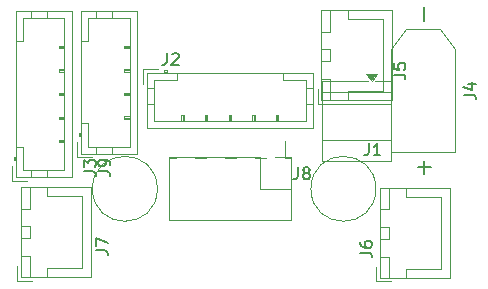
<source format=gbr>
%TF.GenerationSoftware,KiCad,Pcbnew,9.0.4*%
%TF.CreationDate,2025-09-25T14:15:08-07:00*%
%TF.ProjectId,Toolhead PCB,546f6f6c-6865-4616-9420-5043422e6b69,0.5*%
%TF.SameCoordinates,Original*%
%TF.FileFunction,Legend,Top*%
%TF.FilePolarity,Positive*%
%FSLAX46Y46*%
G04 Gerber Fmt 4.6, Leading zero omitted, Abs format (unit mm)*
G04 Created by KiCad (PCBNEW 9.0.4) date 2025-09-25 14:15:08*
%MOMM*%
%LPD*%
G01*
G04 APERTURE LIST*
%ADD10C,0.100000*%
%ADD11C,0.150000*%
%ADD12C,0.120000*%
G04 APERTURE END LIST*
D10*
X110500000Y-65500000D02*
G75*
G02*
X105000000Y-65500000I-2750000J0D01*
G01*
X105000000Y-65500000D02*
G75*
G02*
X110500000Y-65500000I2750000J0D01*
G01*
X129000000Y-65500000D02*
G75*
G02*
X123500000Y-65500000I-2750000J0D01*
G01*
X123500000Y-65500000D02*
G75*
G02*
X129000000Y-65500000I2750000J0D01*
G01*
D11*
X104274819Y-64023333D02*
X104989104Y-64023333D01*
X104989104Y-64023333D02*
X105131961Y-64070952D01*
X105131961Y-64070952D02*
X105227200Y-64166190D01*
X105227200Y-64166190D02*
X105274819Y-64309047D01*
X105274819Y-64309047D02*
X105274819Y-64404285D01*
X104274819Y-63642380D02*
X104274819Y-63023333D01*
X104274819Y-63023333D02*
X104655771Y-63356666D01*
X104655771Y-63356666D02*
X104655771Y-63213809D01*
X104655771Y-63213809D02*
X104703390Y-63118571D01*
X104703390Y-63118571D02*
X104751009Y-63070952D01*
X104751009Y-63070952D02*
X104846247Y-63023333D01*
X104846247Y-63023333D02*
X105084342Y-63023333D01*
X105084342Y-63023333D02*
X105179580Y-63070952D01*
X105179580Y-63070952D02*
X105227200Y-63118571D01*
X105227200Y-63118571D02*
X105274819Y-63213809D01*
X105274819Y-63213809D02*
X105274819Y-63499523D01*
X105274819Y-63499523D02*
X105227200Y-63594761D01*
X105227200Y-63594761D02*
X105179580Y-63642380D01*
X122396666Y-63694819D02*
X122396666Y-64409104D01*
X122396666Y-64409104D02*
X122349047Y-64551961D01*
X122349047Y-64551961D02*
X122253809Y-64647200D01*
X122253809Y-64647200D02*
X122110952Y-64694819D01*
X122110952Y-64694819D02*
X122015714Y-64694819D01*
X123015714Y-64123390D02*
X122920476Y-64075771D01*
X122920476Y-64075771D02*
X122872857Y-64028152D01*
X122872857Y-64028152D02*
X122825238Y-63932914D01*
X122825238Y-63932914D02*
X122825238Y-63885295D01*
X122825238Y-63885295D02*
X122872857Y-63790057D01*
X122872857Y-63790057D02*
X122920476Y-63742438D01*
X122920476Y-63742438D02*
X123015714Y-63694819D01*
X123015714Y-63694819D02*
X123206190Y-63694819D01*
X123206190Y-63694819D02*
X123301428Y-63742438D01*
X123301428Y-63742438D02*
X123349047Y-63790057D01*
X123349047Y-63790057D02*
X123396666Y-63885295D01*
X123396666Y-63885295D02*
X123396666Y-63932914D01*
X123396666Y-63932914D02*
X123349047Y-64028152D01*
X123349047Y-64028152D02*
X123301428Y-64075771D01*
X123301428Y-64075771D02*
X123206190Y-64123390D01*
X123206190Y-64123390D02*
X123015714Y-64123390D01*
X123015714Y-64123390D02*
X122920476Y-64171009D01*
X122920476Y-64171009D02*
X122872857Y-64218628D01*
X122872857Y-64218628D02*
X122825238Y-64313866D01*
X122825238Y-64313866D02*
X122825238Y-64504342D01*
X122825238Y-64504342D02*
X122872857Y-64599580D01*
X122872857Y-64599580D02*
X122920476Y-64647200D01*
X122920476Y-64647200D02*
X123015714Y-64694819D01*
X123015714Y-64694819D02*
X123206190Y-64694819D01*
X123206190Y-64694819D02*
X123301428Y-64647200D01*
X123301428Y-64647200D02*
X123349047Y-64599580D01*
X123349047Y-64599580D02*
X123396666Y-64504342D01*
X123396666Y-64504342D02*
X123396666Y-64313866D01*
X123396666Y-64313866D02*
X123349047Y-64218628D01*
X123349047Y-64218628D02*
X123301428Y-64171009D01*
X123301428Y-64171009D02*
X123206190Y-64123390D01*
X136454819Y-57523333D02*
X137169104Y-57523333D01*
X137169104Y-57523333D02*
X137311961Y-57570952D01*
X137311961Y-57570952D02*
X137407200Y-57666190D01*
X137407200Y-57666190D02*
X137454819Y-57809047D01*
X137454819Y-57809047D02*
X137454819Y-57904285D01*
X136788152Y-56618571D02*
X137454819Y-56618571D01*
X136407200Y-56856666D02*
X137121485Y-57094761D01*
X137121485Y-57094761D02*
X137121485Y-56475714D01*
X133114700Y-51261428D02*
X133114700Y-50118571D01*
X133114700Y-64261428D02*
X133114700Y-63118571D01*
X133686128Y-63689999D02*
X132543271Y-63689999D01*
X105494819Y-64023333D02*
X106209104Y-64023333D01*
X106209104Y-64023333D02*
X106351961Y-64070952D01*
X106351961Y-64070952D02*
X106447200Y-64166190D01*
X106447200Y-64166190D02*
X106494819Y-64309047D01*
X106494819Y-64309047D02*
X106494819Y-64404285D01*
X106494819Y-63499523D02*
X106494819Y-63309047D01*
X106494819Y-63309047D02*
X106447200Y-63213809D01*
X106447200Y-63213809D02*
X106399580Y-63166190D01*
X106399580Y-63166190D02*
X106256723Y-63070952D01*
X106256723Y-63070952D02*
X106066247Y-63023333D01*
X106066247Y-63023333D02*
X105685295Y-63023333D01*
X105685295Y-63023333D02*
X105590057Y-63070952D01*
X105590057Y-63070952D02*
X105542438Y-63118571D01*
X105542438Y-63118571D02*
X105494819Y-63213809D01*
X105494819Y-63213809D02*
X105494819Y-63404285D01*
X105494819Y-63404285D02*
X105542438Y-63499523D01*
X105542438Y-63499523D02*
X105590057Y-63547142D01*
X105590057Y-63547142D02*
X105685295Y-63594761D01*
X105685295Y-63594761D02*
X105923390Y-63594761D01*
X105923390Y-63594761D02*
X106018628Y-63547142D01*
X106018628Y-63547142D02*
X106066247Y-63499523D01*
X106066247Y-63499523D02*
X106113866Y-63404285D01*
X106113866Y-63404285D02*
X106113866Y-63213809D01*
X106113866Y-63213809D02*
X106066247Y-63118571D01*
X106066247Y-63118571D02*
X106018628Y-63070952D01*
X106018628Y-63070952D02*
X105923390Y-63023333D01*
X128386666Y-61664819D02*
X128386666Y-62379104D01*
X128386666Y-62379104D02*
X128339047Y-62521961D01*
X128339047Y-62521961D02*
X128243809Y-62617200D01*
X128243809Y-62617200D02*
X128100952Y-62664819D01*
X128100952Y-62664819D02*
X128005714Y-62664819D01*
X129386666Y-62664819D02*
X128815238Y-62664819D01*
X129100952Y-62664819D02*
X129100952Y-61664819D01*
X129100952Y-61664819D02*
X129005714Y-61807676D01*
X129005714Y-61807676D02*
X128910476Y-61902914D01*
X128910476Y-61902914D02*
X128815238Y-61950533D01*
X130504819Y-55843333D02*
X131219104Y-55843333D01*
X131219104Y-55843333D02*
X131361961Y-55890952D01*
X131361961Y-55890952D02*
X131457200Y-55986190D01*
X131457200Y-55986190D02*
X131504819Y-56129047D01*
X131504819Y-56129047D02*
X131504819Y-56224285D01*
X130504819Y-54890952D02*
X130504819Y-55367142D01*
X130504819Y-55367142D02*
X130981009Y-55414761D01*
X130981009Y-55414761D02*
X130933390Y-55367142D01*
X130933390Y-55367142D02*
X130885771Y-55271904D01*
X130885771Y-55271904D02*
X130885771Y-55033809D01*
X130885771Y-55033809D02*
X130933390Y-54938571D01*
X130933390Y-54938571D02*
X130981009Y-54890952D01*
X130981009Y-54890952D02*
X131076247Y-54843333D01*
X131076247Y-54843333D02*
X131314342Y-54843333D01*
X131314342Y-54843333D02*
X131409580Y-54890952D01*
X131409580Y-54890952D02*
X131457200Y-54938571D01*
X131457200Y-54938571D02*
X131504819Y-55033809D01*
X131504819Y-55033809D02*
X131504819Y-55271904D01*
X131504819Y-55271904D02*
X131457200Y-55367142D01*
X131457200Y-55367142D02*
X131409580Y-55414761D01*
X111306666Y-54014819D02*
X111306666Y-54729104D01*
X111306666Y-54729104D02*
X111259047Y-54871961D01*
X111259047Y-54871961D02*
X111163809Y-54967200D01*
X111163809Y-54967200D02*
X111020952Y-55014819D01*
X111020952Y-55014819D02*
X110925714Y-55014819D01*
X111735238Y-54110057D02*
X111782857Y-54062438D01*
X111782857Y-54062438D02*
X111878095Y-54014819D01*
X111878095Y-54014819D02*
X112116190Y-54014819D01*
X112116190Y-54014819D02*
X112211428Y-54062438D01*
X112211428Y-54062438D02*
X112259047Y-54110057D01*
X112259047Y-54110057D02*
X112306666Y-54205295D01*
X112306666Y-54205295D02*
X112306666Y-54300533D01*
X112306666Y-54300533D02*
X112259047Y-54443390D01*
X112259047Y-54443390D02*
X111687619Y-55014819D01*
X111687619Y-55014819D02*
X112306666Y-55014819D01*
X105294819Y-70713333D02*
X106009104Y-70713333D01*
X106009104Y-70713333D02*
X106151961Y-70760952D01*
X106151961Y-70760952D02*
X106247200Y-70856190D01*
X106247200Y-70856190D02*
X106294819Y-70999047D01*
X106294819Y-70999047D02*
X106294819Y-71094285D01*
X105294819Y-70332380D02*
X105294819Y-69665714D01*
X105294819Y-69665714D02*
X106294819Y-70094285D01*
X127664819Y-70913333D02*
X128379104Y-70913333D01*
X128379104Y-70913333D02*
X128521961Y-70960952D01*
X128521961Y-70960952D02*
X128617200Y-71056190D01*
X128617200Y-71056190D02*
X128664819Y-71199047D01*
X128664819Y-71199047D02*
X128664819Y-71294285D01*
X127664819Y-70008571D02*
X127664819Y-70199047D01*
X127664819Y-70199047D02*
X127712438Y-70294285D01*
X127712438Y-70294285D02*
X127760057Y-70341904D01*
X127760057Y-70341904D02*
X127902914Y-70437142D01*
X127902914Y-70437142D02*
X128093390Y-70484761D01*
X128093390Y-70484761D02*
X128474342Y-70484761D01*
X128474342Y-70484761D02*
X128569580Y-70437142D01*
X128569580Y-70437142D02*
X128617200Y-70389523D01*
X128617200Y-70389523D02*
X128664819Y-70294285D01*
X128664819Y-70294285D02*
X128664819Y-70103809D01*
X128664819Y-70103809D02*
X128617200Y-70008571D01*
X128617200Y-70008571D02*
X128569580Y-69960952D01*
X128569580Y-69960952D02*
X128474342Y-69913333D01*
X128474342Y-69913333D02*
X128236247Y-69913333D01*
X128236247Y-69913333D02*
X128141009Y-69960952D01*
X128141009Y-69960952D02*
X128093390Y-70008571D01*
X128093390Y-70008571D02*
X128045771Y-70103809D01*
X128045771Y-70103809D02*
X128045771Y-70294285D01*
X128045771Y-70294285D02*
X128093390Y-70389523D01*
X128093390Y-70389523D02*
X128141009Y-70437142D01*
X128141009Y-70437142D02*
X128236247Y-70484761D01*
D12*
%TO.C,J3*%
X98220000Y-63590000D02*
X98220000Y-64840000D01*
X98220000Y-64840000D02*
X99470000Y-64840000D01*
X98320000Y-62780000D02*
X98320000Y-63080000D01*
X98320000Y-63080000D02*
X98520000Y-63080000D01*
X98420000Y-62780000D02*
X98420000Y-63080000D01*
X98520000Y-50420000D02*
X98520000Y-64540000D01*
X98520000Y-61980000D02*
X99130000Y-61980000D01*
X98520000Y-62780000D02*
X98320000Y-62780000D01*
X98520000Y-64540000D02*
X103240000Y-64540000D01*
X99130000Y-51030000D02*
X99130000Y-52980000D01*
X99130000Y-52980000D02*
X98520000Y-52980000D01*
X99130000Y-61980000D02*
X99130000Y-63930000D01*
X99130000Y-63930000D02*
X102630000Y-63930000D01*
X99830000Y-50420000D02*
X99830000Y-51030000D01*
X99830000Y-64540000D02*
X99830000Y-63930000D01*
X101130000Y-50420000D02*
X101130000Y-51030000D01*
X101130000Y-64540000D02*
X101130000Y-63930000D01*
X102130000Y-53380000D02*
X102630000Y-53380000D01*
X102130000Y-53580000D02*
X102130000Y-53380000D01*
X102130000Y-55380000D02*
X102630000Y-55380000D01*
X102130000Y-55580000D02*
X102130000Y-55380000D01*
X102130000Y-57380000D02*
X102630000Y-57380000D01*
X102130000Y-57580000D02*
X102130000Y-57380000D01*
X102130000Y-59380000D02*
X102630000Y-59380000D01*
X102130000Y-59580000D02*
X102130000Y-59380000D01*
X102130000Y-61380000D02*
X102630000Y-61380000D01*
X102130000Y-61580000D02*
X102130000Y-61380000D01*
X102630000Y-51030000D02*
X99130000Y-51030000D01*
X102630000Y-53480000D02*
X102130000Y-53480000D01*
X102630000Y-53580000D02*
X102130000Y-53580000D01*
X102630000Y-55480000D02*
X102130000Y-55480000D01*
X102630000Y-55580000D02*
X102130000Y-55580000D01*
X102630000Y-57480000D02*
X102130000Y-57480000D01*
X102630000Y-57580000D02*
X102130000Y-57580000D01*
X102630000Y-59480000D02*
X102130000Y-59480000D01*
X102630000Y-59580000D02*
X102130000Y-59580000D01*
X102630000Y-61480000D02*
X102130000Y-61480000D01*
X102630000Y-61580000D02*
X102130000Y-61580000D01*
X102630000Y-63930000D02*
X102630000Y-51030000D01*
X103240000Y-50420000D02*
X98520000Y-50420000D01*
X103240000Y-64540000D02*
X103240000Y-50420000D01*
%TO.C,J8*%
X111470000Y-62875000D02*
X111470000Y-68175000D01*
X112040000Y-62875000D02*
X111470000Y-62875000D01*
X112040000Y-68175000D02*
X111470000Y-68175000D01*
X114580000Y-62875000D02*
X113660000Y-62875000D01*
X114580000Y-68175000D02*
X113660000Y-68175000D01*
X117120000Y-62875000D02*
X116200000Y-62875000D01*
X117120000Y-68175000D02*
X116200000Y-68175000D01*
X119660000Y-62875000D02*
X118740000Y-62875000D01*
X119660000Y-68175000D02*
X118740000Y-68175000D01*
X121280000Y-61485000D02*
X121280000Y-62875000D01*
X121850000Y-62875000D02*
X121280000Y-62875000D01*
X121850000Y-62875000D02*
X121850000Y-68175000D01*
X121850000Y-68175000D02*
X121280000Y-68175000D01*
%TO.C,J10*%
X111460000Y-62850000D02*
X111460000Y-68150000D01*
X119190000Y-62850000D02*
X111460000Y-62850000D01*
X119190000Y-62850000D02*
X119190000Y-65500000D01*
X119190000Y-65500000D02*
X121840000Y-65500000D01*
X120460000Y-62850000D02*
X121840000Y-62850000D01*
X121840000Y-62850000D02*
X121840000Y-64230000D01*
X121840000Y-65500000D02*
X121840000Y-68150000D01*
X121840000Y-68150000D02*
X111460000Y-68150000D01*
%TO.C,J4*%
X130290000Y-53680000D02*
X130290000Y-62400000D01*
X131590000Y-51980000D02*
X130290000Y-53680000D01*
X134410000Y-51980000D02*
X131590000Y-51980000D01*
X134410000Y-51980000D02*
X135710000Y-53680000D01*
X135710000Y-53680000D02*
X135710000Y-62400000D01*
X135710000Y-62400000D02*
X130290000Y-62400000D01*
%TO.C,J9*%
X103730000Y-61580000D02*
X103730000Y-62830000D01*
X103730000Y-62830000D02*
X104980000Y-62830000D01*
X103830000Y-60770000D02*
X103830000Y-61070000D01*
X103830000Y-61070000D02*
X104030000Y-61070000D01*
X103930000Y-60770000D02*
X103930000Y-61070000D01*
X104030000Y-50410000D02*
X104030000Y-62530000D01*
X104030000Y-59970000D02*
X104640000Y-59970000D01*
X104030000Y-60770000D02*
X103830000Y-60770000D01*
X104030000Y-62530000D02*
X108750000Y-62530000D01*
X104640000Y-51020000D02*
X104640000Y-52970000D01*
X104640000Y-52970000D02*
X104030000Y-52970000D01*
X104640000Y-59970000D02*
X104640000Y-61920000D01*
X104640000Y-61920000D02*
X108140000Y-61920000D01*
X105340000Y-50410000D02*
X105340000Y-51020000D01*
X105340000Y-62530000D02*
X105340000Y-61920000D01*
X106640000Y-50410000D02*
X106640000Y-51020000D01*
X106640000Y-62530000D02*
X106640000Y-61920000D01*
X107640000Y-53370000D02*
X108140000Y-53370000D01*
X107640000Y-53570000D02*
X107640000Y-53370000D01*
X107640000Y-55370000D02*
X108140000Y-55370000D01*
X107640000Y-55570000D02*
X107640000Y-55370000D01*
X107640000Y-57370000D02*
X108140000Y-57370000D01*
X107640000Y-57570000D02*
X107640000Y-57370000D01*
X107640000Y-59370000D02*
X108140000Y-59370000D01*
X107640000Y-59570000D02*
X107640000Y-59370000D01*
X108140000Y-51020000D02*
X104640000Y-51020000D01*
X108140000Y-53470000D02*
X107640000Y-53470000D01*
X108140000Y-53570000D02*
X107640000Y-53570000D01*
X108140000Y-55470000D02*
X107640000Y-55470000D01*
X108140000Y-55570000D02*
X107640000Y-55570000D01*
X108140000Y-57470000D02*
X107640000Y-57470000D01*
X108140000Y-57570000D02*
X107640000Y-57570000D01*
X108140000Y-59470000D02*
X107640000Y-59470000D01*
X108140000Y-59570000D02*
X107640000Y-59570000D01*
X108140000Y-61920000D02*
X108140000Y-51020000D01*
X108750000Y-50410000D02*
X104030000Y-50410000D01*
X108750000Y-62530000D02*
X108750000Y-50410000D01*
%TO.C,J1*%
X124460000Y-56370000D02*
X128340000Y-56370000D01*
X124460000Y-63110000D02*
X124460000Y-56370000D01*
X128940000Y-56370000D02*
X130280000Y-56370000D01*
X130280000Y-56370000D02*
X130280000Y-63110000D01*
X130280000Y-57290000D02*
X124460000Y-57290000D01*
X130280000Y-58290000D02*
X124460000Y-58290000D01*
X130280000Y-61390000D02*
X124460000Y-61390000D01*
X130280000Y-63110000D02*
X124460000Y-63110000D01*
X128640000Y-56370000D02*
X128200000Y-55760000D01*
X129080000Y-55760000D01*
X128640000Y-56370000D01*
G36*
X128640000Y-56370000D02*
G01*
X128200000Y-55760000D01*
X129080000Y-55760000D01*
X128640000Y-56370000D01*
G37*
%TO.C,J5*%
X124090000Y-57050000D02*
X124090000Y-58300000D01*
X124090000Y-58300000D02*
X125340000Y-58300000D01*
X124380000Y-50390000D02*
X124380000Y-58010000D01*
X124380000Y-58010000D02*
X130350000Y-58010000D01*
X124390000Y-50400000D02*
X124390000Y-52200000D01*
X124390000Y-52200000D02*
X125140000Y-52200000D01*
X124390000Y-53700000D02*
X124390000Y-54700000D01*
X124390000Y-54700000D02*
X125140000Y-54700000D01*
X124390000Y-56200000D02*
X124390000Y-58000000D01*
X124390000Y-58000000D02*
X125140000Y-58000000D01*
X125140000Y-50400000D02*
X124390000Y-50400000D01*
X125140000Y-52200000D02*
X125140000Y-50400000D01*
X125140000Y-53700000D02*
X124390000Y-53700000D01*
X125140000Y-54700000D02*
X125140000Y-53700000D01*
X125140000Y-56200000D02*
X124390000Y-56200000D01*
X125140000Y-58000000D02*
X125140000Y-56200000D01*
X126640000Y-50400000D02*
X126640000Y-51150000D01*
X126640000Y-51150000D02*
X129590000Y-51150000D01*
X126640000Y-57250000D02*
X129590000Y-57250000D01*
X126640000Y-58000000D02*
X126640000Y-57250000D01*
X129590000Y-51150000D02*
X129590000Y-54200000D01*
X129590000Y-57250000D02*
X129590000Y-54200000D01*
X130350000Y-50390000D02*
X124380000Y-50390000D01*
X130350000Y-58010000D02*
X130350000Y-50390000D01*
%TO.C,J2*%
X109280000Y-55370000D02*
X109280000Y-56620000D01*
X109580000Y-55670000D02*
X109580000Y-60390000D01*
X109580000Y-56980000D02*
X110190000Y-56980000D01*
X109580000Y-58280000D02*
X110190000Y-58280000D01*
X109580000Y-60390000D02*
X123700000Y-60390000D01*
X110190000Y-56280000D02*
X110190000Y-59780000D01*
X110190000Y-59780000D02*
X123090000Y-59780000D01*
X110530000Y-55370000D02*
X109280000Y-55370000D01*
X111040000Y-55470000D02*
X111040000Y-55670000D01*
X111340000Y-55470000D02*
X111040000Y-55470000D01*
X111340000Y-55570000D02*
X111040000Y-55570000D01*
X111340000Y-55670000D02*
X111340000Y-55470000D01*
X112140000Y-55670000D02*
X112140000Y-56280000D01*
X112140000Y-56280000D02*
X110190000Y-56280000D01*
X112540000Y-59280000D02*
X112740000Y-59280000D01*
X112540000Y-59780000D02*
X112540000Y-59280000D01*
X112640000Y-59780000D02*
X112640000Y-59280000D01*
X112740000Y-59280000D02*
X112740000Y-59780000D01*
X114540000Y-59280000D02*
X114740000Y-59280000D01*
X114540000Y-59780000D02*
X114540000Y-59280000D01*
X114640000Y-59780000D02*
X114640000Y-59280000D01*
X114740000Y-59280000D02*
X114740000Y-59780000D01*
X116540000Y-59280000D02*
X116740000Y-59280000D01*
X116540000Y-59780000D02*
X116540000Y-59280000D01*
X116640000Y-59780000D02*
X116640000Y-59280000D01*
X116740000Y-59280000D02*
X116740000Y-59780000D01*
X118540000Y-59280000D02*
X118740000Y-59280000D01*
X118540000Y-59780000D02*
X118540000Y-59280000D01*
X118640000Y-59780000D02*
X118640000Y-59280000D01*
X118740000Y-59280000D02*
X118740000Y-59780000D01*
X120540000Y-59280000D02*
X120740000Y-59280000D01*
X120540000Y-59780000D02*
X120540000Y-59280000D01*
X120640000Y-59780000D02*
X120640000Y-59280000D01*
X120740000Y-59280000D02*
X120740000Y-59780000D01*
X121140000Y-56280000D02*
X121140000Y-55670000D01*
X123090000Y-56280000D02*
X121140000Y-56280000D01*
X123090000Y-59780000D02*
X123090000Y-56280000D01*
X123700000Y-55670000D02*
X109580000Y-55670000D01*
X123700000Y-56980000D02*
X123090000Y-56980000D01*
X123700000Y-58280000D02*
X123090000Y-58280000D01*
X123700000Y-60390000D02*
X123700000Y-55670000D01*
%TO.C,J7*%
X98630000Y-72030000D02*
X98630000Y-73280000D01*
X98630000Y-73280000D02*
X99880000Y-73280000D01*
X98920000Y-65370000D02*
X98920000Y-72990000D01*
X98920000Y-72990000D02*
X104890000Y-72990000D01*
X98930000Y-65380000D02*
X98930000Y-67180000D01*
X98930000Y-67180000D02*
X99680000Y-67180000D01*
X98930000Y-68680000D02*
X98930000Y-69680000D01*
X98930000Y-69680000D02*
X99680000Y-69680000D01*
X98930000Y-71180000D02*
X98930000Y-72980000D01*
X98930000Y-72980000D02*
X99680000Y-72980000D01*
X99680000Y-65380000D02*
X98930000Y-65380000D01*
X99680000Y-67180000D02*
X99680000Y-65380000D01*
X99680000Y-68680000D02*
X98930000Y-68680000D01*
X99680000Y-69680000D02*
X99680000Y-68680000D01*
X99680000Y-71180000D02*
X98930000Y-71180000D01*
X99680000Y-72980000D02*
X99680000Y-71180000D01*
X101180000Y-65380000D02*
X101180000Y-66130000D01*
X101180000Y-66130000D02*
X104130000Y-66130000D01*
X101180000Y-72230000D02*
X104130000Y-72230000D01*
X101180000Y-72980000D02*
X101180000Y-72230000D01*
X104130000Y-66130000D02*
X104130000Y-69180000D01*
X104130000Y-72230000D02*
X104130000Y-69180000D01*
X104890000Y-65370000D02*
X98920000Y-65370000D01*
X104890000Y-72990000D02*
X104890000Y-65370000D01*
%TO.C,J6*%
X129035000Y-72090000D02*
X129035000Y-73340000D01*
X129035000Y-73340000D02*
X130285000Y-73340000D01*
X129325000Y-65430000D02*
X129325000Y-73050000D01*
X129325000Y-73050000D02*
X135295000Y-73050000D01*
X129335000Y-65440000D02*
X129335000Y-67240000D01*
X129335000Y-67240000D02*
X130085000Y-67240000D01*
X129335000Y-68740000D02*
X129335000Y-69740000D01*
X129335000Y-69740000D02*
X130085000Y-69740000D01*
X129335000Y-71240000D02*
X129335000Y-73040000D01*
X129335000Y-73040000D02*
X130085000Y-73040000D01*
X130085000Y-65440000D02*
X129335000Y-65440000D01*
X130085000Y-67240000D02*
X130085000Y-65440000D01*
X130085000Y-68740000D02*
X129335000Y-68740000D01*
X130085000Y-69740000D02*
X130085000Y-68740000D01*
X130085000Y-71240000D02*
X129335000Y-71240000D01*
X130085000Y-73040000D02*
X130085000Y-71240000D01*
X131585000Y-65440000D02*
X131585000Y-66190000D01*
X131585000Y-66190000D02*
X134535000Y-66190000D01*
X131585000Y-72290000D02*
X134535000Y-72290000D01*
X131585000Y-73040000D02*
X131585000Y-72290000D01*
X134535000Y-66190000D02*
X134535000Y-69240000D01*
X134535000Y-72290000D02*
X134535000Y-69240000D01*
X135295000Y-65430000D02*
X129325000Y-65430000D01*
X135295000Y-73050000D02*
X135295000Y-65430000D01*
%TD*%
M02*

</source>
